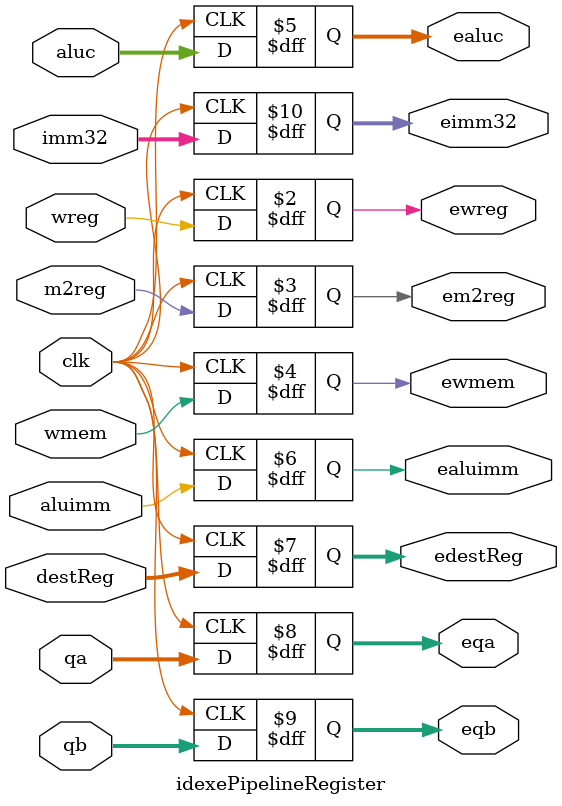
<source format=v>
`timescale 1ns / 1ps
module idexePipelineRegister(
 input wreg,
 input m2reg,
 input wmem,
 input [3:0] aluc,
 input aluimm,
 input [4:0] destReg,
 input [31:0] qa,
 input [31:0] qb,
 input [31:0] imm32,
 input clk,
 output reg ewreg,
 output reg em2reg,
 output reg ewmem,
 output reg [3:0] ealuc,
 output reg ealuimm,
 output reg [4:0] edestReg,
 output reg [31:0] eqa,
 output reg [31:0] eqb,
 output reg [31:0] eimm32
 );
always @(posedge clk) begin
 ewreg = wreg;
 em2reg = m2reg;
 ewmem = wmem;
 ealuc = aluc;
 ealuimm = aluimm;
 edestReg = destReg;
 eqa = qa;
 eqb = qb;
 eimm32 = imm32;
end
endmodule
</source>
